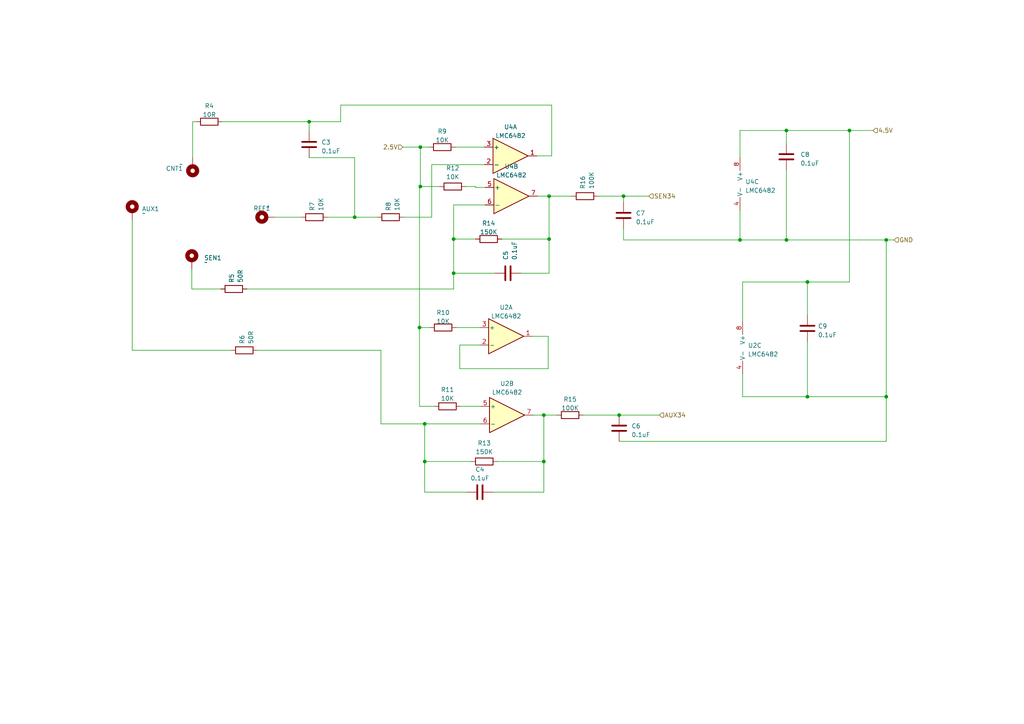
<source format=kicad_sch>
(kicad_sch (version 20230121) (generator eeschema)

  (uuid d120a07d-fcd8-43af-947a-116c7f65a753)

  (paper "A4")

  (lib_symbols
    (symbol "Amplifier_Operational:LMC6482" (pin_names (offset 0.127)) (in_bom yes) (on_board yes)
      (property "Reference" "U" (at 0 5.08 0)
        (effects (font (size 1.27 1.27)) (justify left))
      )
      (property "Value" "LMC6482" (at 0 -5.08 0)
        (effects (font (size 1.27 1.27)) (justify left))
      )
      (property "Footprint" "" (at 0 0 0)
        (effects (font (size 1.27 1.27)) hide)
      )
      (property "Datasheet" "http://www.ti.com/lit/ds/symlink/lmc6482.pdf" (at 0 0 0)
        (effects (font (size 1.27 1.27)) hide)
      )
      (property "ki_locked" "" (at 0 0 0)
        (effects (font (size 1.27 1.27)))
      )
      (property "ki_keywords" "dual opamp" (at 0 0 0)
        (effects (font (size 1.27 1.27)) hide)
      )
      (property "ki_description" "Dual CMOS Rail-to-Rail Input and Output Operational Amplifier, DIP-8/SOIC-8, SSOP-8" (at 0 0 0)
        (effects (font (size 1.27 1.27)) hide)
      )
      (property "ki_fp_filters" "SOIC*3.9x4.9mm*P1.27mm* DIP*W7.62mm* TO*99* OnSemi*Micro8* TSSOP*3x3mm*P0.65mm* TSSOP*4.4x3mm*P0.65mm* MSOP*3x3mm*P0.65mm* SSOP*3.9x4.9mm*P0.635mm* LFCSP*2x2mm*P0.5mm* *SIP* SOIC*5.3x6.2mm*P1.27mm*" (at 0 0 0)
        (effects (font (size 1.27 1.27)) hide)
      )
      (symbol "LMC6482_1_1"
        (polyline
          (pts
            (xy -5.08 5.08)
            (xy 5.08 0)
            (xy -5.08 -5.08)
            (xy -5.08 5.08)
          )
          (stroke (width 0.254) (type default))
          (fill (type background))
        )
        (pin output line (at 7.62 0 180) (length 2.54)
          (name "~" (effects (font (size 1.27 1.27))))
          (number "1" (effects (font (size 1.27 1.27))))
        )
        (pin input line (at -7.62 -2.54 0) (length 2.54)
          (name "-" (effects (font (size 1.27 1.27))))
          (number "2" (effects (font (size 1.27 1.27))))
        )
        (pin input line (at -7.62 2.54 0) (length 2.54)
          (name "+" (effects (font (size 1.27 1.27))))
          (number "3" (effects (font (size 1.27 1.27))))
        )
      )
      (symbol "LMC6482_2_1"
        (polyline
          (pts
            (xy -5.08 5.08)
            (xy 5.08 0)
            (xy -5.08 -5.08)
            (xy -5.08 5.08)
          )
          (stroke (width 0.254) (type default))
          (fill (type background))
        )
        (pin input line (at -7.62 2.54 0) (length 2.54)
          (name "+" (effects (font (size 1.27 1.27))))
          (number "5" (effects (font (size 1.27 1.27))))
        )
        (pin input line (at -7.62 -2.54 0) (length 2.54)
          (name "-" (effects (font (size 1.27 1.27))))
          (number "6" (effects (font (size 1.27 1.27))))
        )
        (pin output line (at 7.62 0 180) (length 2.54)
          (name "~" (effects (font (size 1.27 1.27))))
          (number "7" (effects (font (size 1.27 1.27))))
        )
      )
      (symbol "LMC6482_3_1"
        (pin power_in line (at -2.54 -7.62 90) (length 3.81)
          (name "V-" (effects (font (size 1.27 1.27))))
          (number "4" (effects (font (size 1.27 1.27))))
        )
        (pin power_in line (at -2.54 7.62 270) (length 3.81)
          (name "V+" (effects (font (size 1.27 1.27))))
          (number "8" (effects (font (size 1.27 1.27))))
        )
      )
    )
    (symbol "Device:C" (pin_numbers hide) (pin_names (offset 0.254)) (in_bom yes) (on_board yes)
      (property "Reference" "C" (at 0.635 2.54 0)
        (effects (font (size 1.27 1.27)) (justify left))
      )
      (property "Value" "C" (at 0.635 -2.54 0)
        (effects (font (size 1.27 1.27)) (justify left))
      )
      (property "Footprint" "" (at 0.9652 -3.81 0)
        (effects (font (size 1.27 1.27)) hide)
      )
      (property "Datasheet" "~" (at 0 0 0)
        (effects (font (size 1.27 1.27)) hide)
      )
      (property "ki_keywords" "cap capacitor" (at 0 0 0)
        (effects (font (size 1.27 1.27)) hide)
      )
      (property "ki_description" "Unpolarized capacitor" (at 0 0 0)
        (effects (font (size 1.27 1.27)) hide)
      )
      (property "ki_fp_filters" "C_*" (at 0 0 0)
        (effects (font (size 1.27 1.27)) hide)
      )
      (symbol "C_0_1"
        (polyline
          (pts
            (xy -2.032 -0.762)
            (xy 2.032 -0.762)
          )
          (stroke (width 0.508) (type default))
          (fill (type none))
        )
        (polyline
          (pts
            (xy -2.032 0.762)
            (xy 2.032 0.762)
          )
          (stroke (width 0.508) (type default))
          (fill (type none))
        )
      )
      (symbol "C_1_1"
        (pin passive line (at 0 3.81 270) (length 2.794)
          (name "~" (effects (font (size 1.27 1.27))))
          (number "1" (effects (font (size 1.27 1.27))))
        )
        (pin passive line (at 0 -3.81 90) (length 2.794)
          (name "~" (effects (font (size 1.27 1.27))))
          (number "2" (effects (font (size 1.27 1.27))))
        )
      )
    )
    (symbol "Device:R" (pin_numbers hide) (pin_names (offset 0)) (in_bom yes) (on_board yes)
      (property "Reference" "R" (at 2.032 0 90)
        (effects (font (size 1.27 1.27)))
      )
      (property "Value" "R" (at 0 0 90)
        (effects (font (size 1.27 1.27)))
      )
      (property "Footprint" "" (at -1.778 0 90)
        (effects (font (size 1.27 1.27)) hide)
      )
      (property "Datasheet" "~" (at 0 0 0)
        (effects (font (size 1.27 1.27)) hide)
      )
      (property "ki_keywords" "R res resistor" (at 0 0 0)
        (effects (font (size 1.27 1.27)) hide)
      )
      (property "ki_description" "Resistor" (at 0 0 0)
        (effects (font (size 1.27 1.27)) hide)
      )
      (property "ki_fp_filters" "R_*" (at 0 0 0)
        (effects (font (size 1.27 1.27)) hide)
      )
      (symbol "R_0_1"
        (rectangle (start -1.016 -2.54) (end 1.016 2.54)
          (stroke (width 0.254) (type default))
          (fill (type none))
        )
      )
      (symbol "R_1_1"
        (pin passive line (at 0 3.81 270) (length 1.27)
          (name "~" (effects (font (size 1.27 1.27))))
          (number "1" (effects (font (size 1.27 1.27))))
        )
        (pin passive line (at 0 -3.81 90) (length 1.27)
          (name "~" (effects (font (size 1.27 1.27))))
          (number "2" (effects (font (size 1.27 1.27))))
        )
      )
    )
    (symbol "Mechanical:MountingHole_Pad" (pin_numbers hide) (pin_names (offset 1.016) hide) (in_bom yes) (on_board yes)
      (property "Reference" "H" (at 0 6.35 0)
        (effects (font (size 1.27 1.27)))
      )
      (property "Value" "MountingHole_Pad" (at 0 4.445 0)
        (effects (font (size 1.27 1.27)))
      )
      (property "Footprint" "" (at 0 0 0)
        (effects (font (size 1.27 1.27)) hide)
      )
      (property "Datasheet" "~" (at 0 0 0)
        (effects (font (size 1.27 1.27)) hide)
      )
      (property "ki_keywords" "mounting hole" (at 0 0 0)
        (effects (font (size 1.27 1.27)) hide)
      )
      (property "ki_description" "Mounting Hole with connection" (at 0 0 0)
        (effects (font (size 1.27 1.27)) hide)
      )
      (property "ki_fp_filters" "MountingHole*Pad*" (at 0 0 0)
        (effects (font (size 1.27 1.27)) hide)
      )
      (symbol "MountingHole_Pad_0_1"
        (circle (center 0 1.27) (radius 1.27)
          (stroke (width 1.27) (type default))
          (fill (type none))
        )
      )
      (symbol "MountingHole_Pad_1_1"
        (pin input line (at 0 -2.54 90) (length 2.54)
          (name "1" (effects (font (size 1.27 1.27))))
          (number "1" (effects (font (size 1.27 1.27))))
        )
      )
    )
  )

  (junction (at 157.734 133.858) (diameter 0) (color 0 0 0 0)
    (uuid 063f7c2d-6182-4aa9-9957-43b2d976f508)
  )
  (junction (at 157.734 120.396) (diameter 0) (color 0 0 0 0)
    (uuid 07ff5c7c-4d7a-4669-af45-d7a64d0aca08)
  )
  (junction (at 179.578 120.396) (diameter 0) (color 0 0 0 0)
    (uuid 1d60fbc0-1e05-4421-b80e-97d131e442aa)
  )
  (junction (at 123.19 122.936) (diameter 0) (color 0 0 0 0)
    (uuid 29eb402d-cb71-444d-9a87-fcfce051ba8d)
  )
  (junction (at 159.258 56.896) (diameter 0) (color 0 0 0 0)
    (uuid 3b8e5cb4-d53f-4bd8-9dff-51b36c2523fd)
  )
  (junction (at 121.92 42.672) (diameter 0) (color 0 0 0 0)
    (uuid 4fdcbdf7-372b-4300-9517-5e5045ade8eb)
  )
  (junction (at 257.048 115.062) (diameter 0) (color 0 0 0 0)
    (uuid 53242209-ee60-4d8d-9beb-43533482daa4)
  )
  (junction (at 234.188 81.788) (diameter 0) (color 0 0 0 0)
    (uuid 64e98cf7-eec7-43a1-a58c-cde41e0e3daa)
  )
  (junction (at 234.188 115.062) (diameter 0) (color 0 0 0 0)
    (uuid 6cf2c5ba-a5cb-4d61-abdc-230f7581954f)
  )
  (junction (at 246.38 37.846) (diameter 0) (color 0 0 0 0)
    (uuid 72852ad3-9641-4087-aaab-9a8a2f4dbee7)
  )
  (junction (at 131.572 69.342) (diameter 0) (color 0 0 0 0)
    (uuid 7bb1ddfe-6ae9-43a6-bfa3-c8bfbf050223)
  )
  (junction (at 228.092 69.596) (diameter 0) (color 0 0 0 0)
    (uuid 86f96f76-6f12-49e6-8214-f396eb4280b4)
  )
  (junction (at 121.666 94.996) (diameter 0) (color 0 0 0 0)
    (uuid 87fb0aac-8814-4010-9d5d-2f3792bb7e61)
  )
  (junction (at 123.19 133.858) (diameter 0) (color 0 0 0 0)
    (uuid 9156a085-8edb-47b7-a91c-e55e8548a63c)
  )
  (junction (at 121.92 54.102) (diameter 0) (color 0 0 0 0)
    (uuid 929b5362-2005-4239-b989-9e554e688fd1)
  )
  (junction (at 257.048 69.596) (diameter 0) (color 0 0 0 0)
    (uuid acdaa41e-68ae-42c5-8e37-3ff982c4f43b)
  )
  (junction (at 180.848 56.896) (diameter 0) (color 0 0 0 0)
    (uuid b4e0ea3e-d1ee-4a91-8223-fa1a9968bec2)
  )
  (junction (at 89.662 35.306) (diameter 0) (color 0 0 0 0)
    (uuid c4dd1250-c37f-4b4d-b96f-d199cd895a24)
  )
  (junction (at 214.63 69.596) (diameter 0) (color 0 0 0 0)
    (uuid d63955d9-f767-458b-ac60-79abe0a1a3e5)
  )
  (junction (at 102.87 62.992) (diameter 0) (color 0 0 0 0)
    (uuid d7b22172-7fa1-47f1-92f6-afbb0033ca99)
  )
  (junction (at 228.092 37.846) (diameter 0) (color 0 0 0 0)
    (uuid e305b01b-04f2-4743-9b1e-dce59758d5ba)
  )
  (junction (at 131.572 79.248) (diameter 0) (color 0 0 0 0)
    (uuid e9d9fc56-bbb8-4ec4-8088-cb84eddd03a0)
  )
  (junction (at 159.258 69.342) (diameter 0) (color 0 0 0 0)
    (uuid f2b050eb-8c8e-4583-8a9c-e35dc9fb7c9a)
  )

  (wire (pts (xy 159.258 56.896) (xy 159.258 69.342))
    (stroke (width 0) (type default))
    (uuid 002e7a50-5494-4744-a149-ce16750196ef)
  )
  (wire (pts (xy 131.572 59.436) (xy 140.716 59.436))
    (stroke (width 0) (type default))
    (uuid 0098226e-5515-495f-a65a-700d5f41b67d)
  )
  (wire (pts (xy 145.542 69.342) (xy 159.258 69.342))
    (stroke (width 0) (type default))
    (uuid 022f0ccc-b99d-412b-8322-9635e9d0b6a8)
  )
  (wire (pts (xy 89.662 35.306) (xy 89.662 38.1))
    (stroke (width 0) (type default))
    (uuid 034fab4b-805f-45b4-ac5b-6d6a4179615d)
  )
  (wire (pts (xy 228.092 69.596) (xy 257.048 69.596))
    (stroke (width 0) (type default))
    (uuid 05b3e62d-20e4-4983-9903-0c6ee4a9b466)
  )
  (wire (pts (xy 228.092 49.276) (xy 228.092 69.596))
    (stroke (width 0) (type default))
    (uuid 0c4b060d-814a-4466-b8f1-b0552dceb374)
  )
  (wire (pts (xy 214.63 69.596) (xy 214.63 60.96))
    (stroke (width 0) (type default))
    (uuid 0d7eeeb8-47ca-4871-ad44-f7c6cdb8015f)
  )
  (wire (pts (xy 180.848 69.596) (xy 214.63 69.596))
    (stroke (width 0) (type default))
    (uuid 116015b9-b722-4f70-9af1-a21d8311aae7)
  )
  (wire (pts (xy 132.08 42.672) (xy 140.462 42.672))
    (stroke (width 0) (type default))
    (uuid 143d3887-29b0-46cc-871e-ed3c01e21772)
  )
  (wire (pts (xy 137.922 54.102) (xy 137.922 54.356))
    (stroke (width 0) (type default))
    (uuid 1873bd4d-0c04-43a1-89a2-be95dc86d389)
  )
  (wire (pts (xy 154.432 97.536) (xy 159.004 97.536))
    (stroke (width 0) (type default))
    (uuid 18c7cfe4-9534-4e48-b7cc-fe177dbffaaa)
  )
  (wire (pts (xy 215.392 81.788) (xy 234.188 81.788))
    (stroke (width 0) (type default))
    (uuid 18d07378-43d8-4d0a-a706-e9bf142e4ed8)
  )
  (wire (pts (xy 121.666 117.856) (xy 121.666 94.996))
    (stroke (width 0) (type default))
    (uuid 1a8d5cc5-881b-4566-9ee6-0c63ed59f5d2)
  )
  (wire (pts (xy 157.734 142.748) (xy 157.734 133.858))
    (stroke (width 0) (type default))
    (uuid 1b6abb59-7ef1-46ad-9413-809548a49f9b)
  )
  (wire (pts (xy 123.19 122.936) (xy 139.446 122.936))
    (stroke (width 0) (type default))
    (uuid 1e7bb878-e5f8-4463-bc10-5db30addb7b0)
  )
  (wire (pts (xy 137.922 54.356) (xy 140.716 54.356))
    (stroke (width 0) (type default))
    (uuid 23a4976c-f9ed-4495-906f-cfcdf3483c6a)
  )
  (wire (pts (xy 179.578 128.016) (xy 257.048 128.016))
    (stroke (width 0) (type default))
    (uuid 2618c87d-eb5f-4140-ac0c-6ba0533c46cd)
  )
  (wire (pts (xy 169.164 120.396) (xy 179.578 120.396))
    (stroke (width 0) (type default))
    (uuid 28303d2a-49be-4314-8aad-9b8aeb7a6709)
  )
  (wire (pts (xy 132.334 94.996) (xy 139.192 94.996))
    (stroke (width 0) (type default))
    (uuid 2a67ccbd-2078-4835-8b8e-1b569a7f9074)
  )
  (wire (pts (xy 159.258 79.248) (xy 159.258 69.342))
    (stroke (width 0) (type default))
    (uuid 2eada9fe-f2b2-4ed1-b6b4-43ea34c5a92e)
  )
  (wire (pts (xy 257.048 115.062) (xy 257.048 69.596))
    (stroke (width 0) (type default))
    (uuid 2eb7d41a-41cf-4abe-9a0f-60853334ec60)
  )
  (wire (pts (xy 55.626 77.978) (xy 55.626 83.82))
    (stroke (width 0) (type default))
    (uuid 3294f92d-b6b7-4039-a936-cd0ade53f36c)
  )
  (wire (pts (xy 143.002 142.748) (xy 157.734 142.748))
    (stroke (width 0) (type default))
    (uuid 333dfd70-68e9-4d39-8e9b-180c6361e18b)
  )
  (wire (pts (xy 215.392 93.218) (xy 215.392 81.788))
    (stroke (width 0) (type default))
    (uuid 3704645a-f09a-43db-a743-09b87c7cbd6c)
  )
  (wire (pts (xy 125.222 47.752) (xy 125.222 62.992))
    (stroke (width 0) (type default))
    (uuid 3d667804-b01b-4a0c-9ab9-f87db6aa60df)
  )
  (wire (pts (xy 159.004 106.934) (xy 133.35 106.934))
    (stroke (width 0) (type default))
    (uuid 3dc7e0d1-a22f-4558-9792-15992072792b)
  )
  (wire (pts (xy 131.572 79.248) (xy 143.51 79.248))
    (stroke (width 0) (type default))
    (uuid 418cad81-0ea1-4077-a64f-3916b49e0224)
  )
  (wire (pts (xy 214.63 69.596) (xy 228.092 69.596))
    (stroke (width 0) (type default))
    (uuid 4503b8fa-b476-41a6-87e7-9c52c7e9bce1)
  )
  (wire (pts (xy 136.652 133.858) (xy 123.19 133.858))
    (stroke (width 0) (type default))
    (uuid 4544c4ed-7b71-4bf7-a3df-1a7f1cd9e7b6)
  )
  (wire (pts (xy 234.188 115.062) (xy 257.048 115.062))
    (stroke (width 0) (type default))
    (uuid 4659af41-729e-4ed5-8dc7-efa39ad8af93)
  )
  (wire (pts (xy 121.92 42.672) (xy 124.46 42.672))
    (stroke (width 0) (type default))
    (uuid 491f6722-dc62-4205-928e-ba25e5f14e6d)
  )
  (wire (pts (xy 180.848 56.896) (xy 180.848 58.674))
    (stroke (width 0) (type default))
    (uuid 4a55c276-a96f-4454-9371-9b9079e1deff)
  )
  (wire (pts (xy 135.128 54.102) (xy 137.922 54.102))
    (stroke (width 0) (type default))
    (uuid 4db826e2-104b-4fbb-937a-3bee6f51410f)
  )
  (wire (pts (xy 131.572 69.342) (xy 131.572 79.248))
    (stroke (width 0) (type default))
    (uuid 509d2f01-5c88-41eb-ade1-128e33782090)
  )
  (wire (pts (xy 180.848 66.294) (xy 180.848 69.596))
    (stroke (width 0) (type default))
    (uuid 5464c080-9c55-4132-97c3-374de704b58a)
  )
  (wire (pts (xy 98.806 35.306) (xy 89.662 35.306))
    (stroke (width 0) (type default))
    (uuid 5812899d-6e25-4d21-9786-506058411748)
  )
  (wire (pts (xy 215.392 115.062) (xy 234.188 115.062))
    (stroke (width 0) (type default))
    (uuid 5d38764e-3dcd-40d4-bfa9-bd3f1e14a018)
  )
  (wire (pts (xy 110.49 101.6) (xy 110.49 122.936))
    (stroke (width 0) (type default))
    (uuid 635796d0-6cf5-4a1f-9e02-31aed4a7ae98)
  )
  (wire (pts (xy 157.734 120.396) (xy 161.544 120.396))
    (stroke (width 0) (type default))
    (uuid 653bc006-55c6-44e8-861f-8be180928d91)
  )
  (wire (pts (xy 64.516 35.306) (xy 89.662 35.306))
    (stroke (width 0) (type default))
    (uuid 67405edc-924e-4786-a5e5-ff37b9b1f36a)
  )
  (wire (pts (xy 155.702 45.212) (xy 160.02 45.212))
    (stroke (width 0) (type default))
    (uuid 6bda9700-1338-4845-b352-9bdcda2ffe19)
  )
  (wire (pts (xy 135.382 142.748) (xy 123.19 142.748))
    (stroke (width 0) (type default))
    (uuid 6c0213b3-e09c-4cb2-a5a0-07a4b70e5ccf)
  )
  (wire (pts (xy 89.662 45.72) (xy 102.87 45.72))
    (stroke (width 0) (type default))
    (uuid 6c6f7224-eef1-4d11-9494-84b51397af8d)
  )
  (wire (pts (xy 133.604 117.856) (xy 139.446 117.856))
    (stroke (width 0) (type default))
    (uuid 725fa83d-258e-46ca-af1e-2cf13fd82563)
  )
  (wire (pts (xy 159.258 56.896) (xy 155.956 56.896))
    (stroke (width 0) (type default))
    (uuid 756c4c3f-00f7-42c9-a6a9-02d0cd172b04)
  )
  (wire (pts (xy 228.092 37.846) (xy 214.63 37.846))
    (stroke (width 0) (type default))
    (uuid 771c17f9-0895-4257-bded-4d12c4490f5b)
  )
  (wire (pts (xy 74.676 101.6) (xy 110.49 101.6))
    (stroke (width 0) (type default))
    (uuid 7adf5d0b-1351-44d2-b4ed-c2abed20818b)
  )
  (wire (pts (xy 160.02 30.48) (xy 98.806 30.48))
    (stroke (width 0) (type default))
    (uuid 7b9bf520-3d9a-4265-9c5b-e397f70e3ceb)
  )
  (wire (pts (xy 133.35 100.076) (xy 139.192 100.076))
    (stroke (width 0) (type default))
    (uuid 7da81ced-100e-40e2-89ae-244abca44ec4)
  )
  (wire (pts (xy 253.238 37.846) (xy 246.38 37.846))
    (stroke (width 0) (type default))
    (uuid 84df2d3b-3fa3-4cee-83ae-a26f1008ba36)
  )
  (wire (pts (xy 234.188 99.06) (xy 234.188 115.062))
    (stroke (width 0) (type default))
    (uuid 8773201b-0bc0-4e9b-8f81-ba5361ec923a)
  )
  (wire (pts (xy 215.392 108.458) (xy 215.392 115.062))
    (stroke (width 0) (type default))
    (uuid 887d1d20-0c83-4534-a387-adc1710a9ceb)
  )
  (wire (pts (xy 257.048 69.596) (xy 259.334 69.596))
    (stroke (width 0) (type default))
    (uuid 90e95365-9ee2-4348-b030-849cd93bf8b5)
  )
  (wire (pts (xy 38.354 101.6) (xy 67.056 101.6))
    (stroke (width 0) (type default))
    (uuid 95d79c2a-f019-474e-9052-56ad7ce83668)
  )
  (wire (pts (xy 110.49 122.936) (xy 123.19 122.936))
    (stroke (width 0) (type default))
    (uuid 96725a32-b79a-4b78-9596-2554384c1757)
  )
  (wire (pts (xy 191.262 120.396) (xy 179.578 120.396))
    (stroke (width 0) (type default))
    (uuid 98360a66-e7d1-4a59-b6e3-8ccfdd338c3d)
  )
  (wire (pts (xy 133.35 106.934) (xy 133.35 100.076))
    (stroke (width 0) (type default))
    (uuid 99852327-8678-4a9b-bd5e-dbda20d525b7)
  )
  (wire (pts (xy 228.092 37.846) (xy 228.092 41.656))
    (stroke (width 0) (type default))
    (uuid 9b8646c1-e449-47e8-aac9-eb8440e2e366)
  )
  (wire (pts (xy 116.84 42.672) (xy 121.92 42.672))
    (stroke (width 0) (type default))
    (uuid 9b9fc55b-95b1-4778-ad39-405af15840e0)
  )
  (wire (pts (xy 160.02 45.212) (xy 160.02 30.48))
    (stroke (width 0) (type default))
    (uuid a1dc55f8-af79-4e5c-aa55-0aae0eba3c68)
  )
  (wire (pts (xy 71.628 83.82) (xy 131.572 83.82))
    (stroke (width 0) (type default))
    (uuid a5ce9656-032b-45f6-ab26-0ad76b6d19af)
  )
  (wire (pts (xy 55.88 35.306) (xy 56.896 35.306))
    (stroke (width 0) (type default))
    (uuid a6280cfd-17a6-40af-87e9-1c788a2d87b4)
  )
  (wire (pts (xy 257.048 128.016) (xy 257.048 115.062))
    (stroke (width 0) (type default))
    (uuid af34d38c-9974-41e0-a6ff-6001bedbc8b3)
  )
  (wire (pts (xy 125.984 117.856) (xy 121.666 117.856))
    (stroke (width 0) (type default))
    (uuid b3d124b7-3392-488f-a89d-33076337590b)
  )
  (wire (pts (xy 98.806 30.48) (xy 98.806 35.306))
    (stroke (width 0) (type default))
    (uuid b4f55652-a43e-4f56-936a-121b765bfde8)
  )
  (wire (pts (xy 55.88 35.306) (xy 55.88 45.72))
    (stroke (width 0) (type default))
    (uuid bf79fd0a-2c4f-48d7-9952-095e65afface)
  )
  (wire (pts (xy 234.188 91.44) (xy 234.188 81.788))
    (stroke (width 0) (type default))
    (uuid bfd5a5ec-744d-40f4-b541-751e46694b81)
  )
  (wire (pts (xy 94.996 62.992) (xy 102.87 62.992))
    (stroke (width 0) (type default))
    (uuid cb661515-eff7-405c-926f-4020b050253e)
  )
  (wire (pts (xy 123.19 133.858) (xy 123.19 122.936))
    (stroke (width 0) (type default))
    (uuid cbe343ed-17e4-4d63-a935-910a6cd63430)
  )
  (wire (pts (xy 123.19 142.748) (xy 123.19 133.858))
    (stroke (width 0) (type default))
    (uuid cc14140a-c723-44c3-8ee8-5f62d85f42a9)
  )
  (wire (pts (xy 124.714 94.996) (xy 121.666 94.996))
    (stroke (width 0) (type default))
    (uuid cd01a4bb-08b0-4e63-b506-d31289eafacc)
  )
  (wire (pts (xy 38.354 63.754) (xy 38.354 101.6))
    (stroke (width 0) (type default))
    (uuid ce90b11f-97ed-4f3d-bba3-7ca74f2b1026)
  )
  (wire (pts (xy 165.862 56.896) (xy 159.258 56.896))
    (stroke (width 0) (type default))
    (uuid cfc403ef-a8e1-4480-8d01-08b2af09f394)
  )
  (wire (pts (xy 154.686 120.396) (xy 157.734 120.396))
    (stroke (width 0) (type default))
    (uuid d03a87c7-282c-46c8-84b2-bb8dd6ba5983)
  )
  (wire (pts (xy 125.222 62.992) (xy 117.094 62.992))
    (stroke (width 0) (type default))
    (uuid d1ad5acb-a8f9-45db-a91b-3e13909bea42)
  )
  (wire (pts (xy 173.482 56.896) (xy 180.848 56.896))
    (stroke (width 0) (type default))
    (uuid d2859650-c780-41ee-968d-966017a3dd55)
  )
  (wire (pts (xy 157.734 133.858) (xy 157.734 120.396))
    (stroke (width 0) (type default))
    (uuid d427552c-3c84-4803-858f-47a3627c71b5)
  )
  (wire (pts (xy 131.572 59.436) (xy 131.572 69.342))
    (stroke (width 0) (type default))
    (uuid d48b3bd6-f6cf-4c4f-a4d0-aee812b5e7f4)
  )
  (wire (pts (xy 102.87 62.992) (xy 109.474 62.992))
    (stroke (width 0) (type default))
    (uuid d4af4753-3ed2-4e33-a7b1-048def048b29)
  )
  (wire (pts (xy 246.38 37.846) (xy 228.092 37.846))
    (stroke (width 0) (type default))
    (uuid d7a08de0-c765-4252-83fa-6fb5275d205d)
  )
  (wire (pts (xy 131.572 79.248) (xy 131.572 83.82))
    (stroke (width 0) (type default))
    (uuid d9a3d12b-b296-4116-bb3a-c85afc991c43)
  )
  (wire (pts (xy 214.63 37.846) (xy 214.63 45.72))
    (stroke (width 0) (type default))
    (uuid da8cd86e-ec67-4962-a3a5-7a0c31bd723c)
  )
  (wire (pts (xy 79.756 62.992) (xy 87.376 62.992))
    (stroke (width 0) (type default))
    (uuid dca3d17b-521f-4f62-9d4d-854b59ee22d6)
  )
  (wire (pts (xy 137.922 69.342) (xy 131.572 69.342))
    (stroke (width 0) (type default))
    (uuid de7f87c3-790c-45b4-a8c1-b7538b965bf6)
  )
  (wire (pts (xy 246.38 37.846) (xy 246.38 81.788))
    (stroke (width 0) (type default))
    (uuid e3a62a87-d562-4d93-bdbc-c3bd67f67bec)
  )
  (wire (pts (xy 159.004 97.536) (xy 159.004 106.934))
    (stroke (width 0) (type default))
    (uuid e3d403ff-ba52-4122-bee1-3fd9c46a76d6)
  )
  (wire (pts (xy 188.214 56.896) (xy 180.848 56.896))
    (stroke (width 0) (type default))
    (uuid e51c2292-3abc-42da-a604-2baa2b9dd384)
  )
  (wire (pts (xy 151.13 79.248) (xy 159.258 79.248))
    (stroke (width 0) (type default))
    (uuid e7c20403-b3ca-424e-8dc6-2a5c9e588485)
  )
  (wire (pts (xy 121.666 54.102) (xy 121.666 94.996))
    (stroke (width 0) (type default))
    (uuid eabd0b90-735b-4b5a-9cfc-9d63b1f021a1)
  )
  (wire (pts (xy 127.508 54.102) (xy 121.92 54.102))
    (stroke (width 0) (type default))
    (uuid eb519d59-f4a4-45b3-8b72-26bc7dc490ac)
  )
  (wire (pts (xy 55.626 83.82) (xy 64.008 83.82))
    (stroke (width 0) (type default))
    (uuid edb74d40-5700-4996-bf07-c60c319f8d8d)
  )
  (wire (pts (xy 234.188 81.788) (xy 246.38 81.788))
    (stroke (width 0) (type default))
    (uuid ee3d423e-b044-4944-b90d-8f3e5208e9f5)
  )
  (wire (pts (xy 102.87 45.72) (xy 102.87 62.992))
    (stroke (width 0) (type default))
    (uuid ef5535b8-05d4-4fd2-86de-3bba33d78885)
  )
  (wire (pts (xy 144.272 133.858) (xy 157.734 133.858))
    (stroke (width 0) (type default))
    (uuid f232a4ac-b1f8-4cbf-8b5b-e4ceb7ef56d5)
  )
  (wire (pts (xy 140.462 47.752) (xy 125.222 47.752))
    (stroke (width 0) (type default))
    (uuid f4740fbf-18a3-440c-a52d-1060039193ea)
  )
  (wire (pts (xy 121.92 54.102) (xy 121.92 42.672))
    (stroke (width 0) (type default))
    (uuid f905c54a-6bdb-4bda-b18b-5119425c9210)
  )
  (wire (pts (xy 121.666 54.102) (xy 121.92 54.102))
    (stroke (width 0) (type default))
    (uuid fabbbb4e-3158-4425-9e31-487212d16a3d)
  )

  (hierarchical_label "SEN34" (shape input) (at 188.214 56.896 0) (fields_autoplaced)
    (effects (font (size 1.27 1.27)) (justify left))
    (uuid a169d434-6b96-4fcb-a907-199f6fc9f439)
  )
  (hierarchical_label "AUX34" (shape input) (at 191.262 120.396 0) (fields_autoplaced)
    (effects (font (size 1.27 1.27)) (justify left))
    (uuid b231d2f9-47e9-4965-9d90-93885f4b25f3)
  )
  (hierarchical_label "GND" (shape input) (at 259.334 69.596 0) (fields_autoplaced)
    (effects (font (size 1.27 1.27)) (justify left))
    (uuid d8dcd6a6-c999-49ed-b530-51bc7ab177f6)
  )
  (hierarchical_label "4.5V" (shape input) (at 253.238 37.846 0) (fields_autoplaced)
    (effects (font (size 1.27 1.27)) (justify left))
    (uuid dc29d1d0-4505-4f82-af13-837344cdefbf)
  )
  (hierarchical_label "2.5V" (shape input) (at 116.84 42.672 180) (fields_autoplaced)
    (effects (font (size 1.27 1.27)) (justify right))
    (uuid fb60fa32-8102-41cc-8251-c8da5e08486c)
  )

  (symbol (lib_id "Device:C") (at 147.32 79.248 90) (unit 1)
    (in_bom yes) (on_board yes) (dnp no)
    (uuid 016bdfb7-22cf-42b8-aede-32fe178e5108)
    (property "Reference" "C5" (at 146.685 75.438 0)
      (effects (font (size 1.27 1.27)) (justify left))
    )
    (property "Value" "0.1uF" (at 149.225 75.438 0)
      (effects (font (size 1.27 1.27)) (justify left))
    )
    (property "Footprint" "Capacitor_SMD:C_01005_0402Metric" (at 151.13 78.2828 0)
      (effects (font (size 1.27 1.27)) hide)
    )
    (property "Datasheet" "~" (at 147.32 79.248 0)
      (effects (font (size 1.27 1.27)) hide)
    )
    (pin "1" (uuid e1dda90d-f899-43e7-b948-a7fea4acdb9d))
    (pin "2" (uuid 8500e220-7583-4a2a-802e-45e4f0e49b7e))
    (instances
      (project "Air quality project"
        (path "/67b6672b-0c15-41a5-a844-17aa721018b8/e2c83066-cae4-4a4f-a05c-59cf4d457446"
          (reference "C5") (unit 1)
        )
        (path "/67b6672b-0c15-41a5-a844-17aa721018b8/be65ffb6-5f15-4847-ab99-a8924076e9fe"
          (reference "C35") (unit 1)
        )
        (path "/67b6672b-0c15-41a5-a844-17aa721018b8/a6d5ffa0-ad33-4e24-a174-c31e8aec0af5"
          (reference "C229") (unit 1)
        )
      )
    )
  )

  (symbol (lib_id "Amplifier_Operational:LMC6482") (at 148.082 45.212 0) (unit 1)
    (in_bom yes) (on_board yes) (dnp no) (fields_autoplaced)
    (uuid 024ec833-e110-46ce-a6a0-d2e25947d849)
    (property "Reference" "U4" (at 148.082 36.83 0)
      (effects (font (size 1.27 1.27)))
    )
    (property "Value" "LMC6482" (at 148.082 39.37 0)
      (effects (font (size 1.27 1.27)))
    )
    (property "Footprint" "Package_SO:SOIC-8_3.9x4.9mm_P1.27mm" (at 148.082 45.212 0)
      (effects (font (size 1.27 1.27)) hide)
    )
    (property "Datasheet" "http://www.ti.com/lit/ds/symlink/lmc6482.pdf" (at 148.082 45.212 0)
      (effects (font (size 1.27 1.27)) hide)
    )
    (pin "1" (uuid ba390098-883b-461a-8f58-6b29fee663fa))
    (pin "2" (uuid e4884449-74b4-4f3e-9b2b-a734fa1f797f))
    (pin "3" (uuid 6f2e2722-a425-4193-a4a7-48947c6317b5))
    (pin "5" (uuid 7e217bec-f5f9-4503-96e2-e0cff25dde3f))
    (pin "6" (uuid ed4ead67-62ba-4dc4-86a0-f436eefe99dd))
    (pin "7" (uuid ef455054-ceb9-4486-86bb-c10142a92b1a))
    (pin "4" (uuid 0efdc872-5caf-4241-9340-e8ec1bb01b5b))
    (pin "8" (uuid 7d3e3f09-3aff-4bd7-8548-a79c845e659b))
    (instances
      (project "Air quality project"
        (path "/67b6672b-0c15-41a5-a844-17aa721018b8/e2c83066-cae4-4a4f-a05c-59cf4d457446"
          (reference "U4") (unit 1)
        )
        (path "/67b6672b-0c15-41a5-a844-17aa721018b8/be65ffb6-5f15-4847-ab99-a8924076e9fe"
          (reference "U13") (unit 1)
        )
        (path "/67b6672b-0c15-41a5-a844-17aa721018b8/a6d5ffa0-ad33-4e24-a174-c31e8aec0af5"
          (reference "U68") (unit 1)
        )
      )
    )
  )

  (symbol (lib_id "Device:R") (at 113.284 62.992 90) (unit 1)
    (in_bom yes) (on_board yes) (dnp no)
    (uuid 096fee49-034f-4e38-b5a8-75701ea1af7e)
    (property "Reference" "R8" (at 112.649 61.214 0)
      (effects (font (size 1.27 1.27)) (justify left))
    )
    (property "Value" "10K" (at 115.189 61.214 0)
      (effects (font (size 1.27 1.27)) (justify left))
    )
    (property "Footprint" "Resistor_SMD:R_0402_1005Metric" (at 113.284 64.77 90)
      (effects (font (size 1.27 1.27)) hide)
    )
    (property "Datasheet" "~" (at 113.284 62.992 0)
      (effects (font (size 1.27 1.27)) hide)
    )
    (pin "1" (uuid bf6c72a5-949b-4c3f-94ee-c5faa6e8e549))
    (pin "2" (uuid 9be7239e-4d20-4a46-a38d-c4724b459eed))
    (instances
      (project "Air quality project"
        (path "/67b6672b-0c15-41a5-a844-17aa721018b8/e2c83066-cae4-4a4f-a05c-59cf4d457446"
          (reference "R8") (unit 1)
        )
        (path "/67b6672b-0c15-41a5-a844-17aa721018b8/be65ffb6-5f15-4847-ab99-a8924076e9fe"
          (reference "R39") (unit 1)
        )
        (path "/67b6672b-0c15-41a5-a844-17aa721018b8/a6d5ffa0-ad33-4e24-a174-c31e8aec0af5"
          (reference "R424") (unit 1)
        )
      )
    )
  )

  (symbol (lib_id "Device:R") (at 60.706 35.306 270) (unit 1)
    (in_bom yes) (on_board yes) (dnp no) (fields_autoplaced)
    (uuid 107bb7e8-2815-4029-a428-c868c6f73d5d)
    (property "Reference" "R4" (at 60.706 30.734 90)
      (effects (font (size 1.27 1.27)))
    )
    (property "Value" "10R" (at 60.706 33.274 90)
      (effects (font (size 1.27 1.27)))
    )
    (property "Footprint" "Resistor_SMD:R_0402_1005Metric" (at 60.706 33.528 90)
      (effects (font (size 1.27 1.27)) hide)
    )
    (property "Datasheet" "~" (at 60.706 35.306 0)
      (effects (font (size 1.27 1.27)) hide)
    )
    (pin "1" (uuid 7599468f-05db-496b-a015-4061ad7ffc1d))
    (pin "2" (uuid d2fc9502-7d5e-494b-8f8f-f68fc20d3ece))
    (instances
      (project "Air quality project"
        (path "/67b6672b-0c15-41a5-a844-17aa721018b8/e2c83066-cae4-4a4f-a05c-59cf4d457446"
          (reference "R4") (unit 1)
        )
        (path "/67b6672b-0c15-41a5-a844-17aa721018b8/be65ffb6-5f15-4847-ab99-a8924076e9fe"
          (reference "R19") (unit 1)
        )
        (path "/67b6672b-0c15-41a5-a844-17aa721018b8/a6d5ffa0-ad33-4e24-a174-c31e8aec0af5"
          (reference "R420") (unit 1)
        )
      )
    )
  )

  (symbol (lib_id "Device:R") (at 140.462 133.858 90) (unit 1)
    (in_bom yes) (on_board yes) (dnp no) (fields_autoplaced)
    (uuid 284ed999-7e69-495f-b30a-a836569e35b7)
    (property "Reference" "R13" (at 140.462 128.524 90)
      (effects (font (size 1.27 1.27)))
    )
    (property "Value" "150K" (at 140.462 131.064 90)
      (effects (font (size 1.27 1.27)))
    )
    (property "Footprint" "Resistor_SMD:R_0402_1005Metric" (at 140.462 135.636 90)
      (effects (font (size 1.27 1.27)) hide)
    )
    (property "Datasheet" "~" (at 140.462 133.858 0)
      (effects (font (size 1.27 1.27)) hide)
    )
    (pin "1" (uuid 3152eec0-cdd6-4f44-990b-7010c30d7dab))
    (pin "2" (uuid 0fc7a898-7df5-444a-b766-6727aac72ad8))
    (instances
      (project "Air quality project"
        (path "/67b6672b-0c15-41a5-a844-17aa721018b8/e2c83066-cae4-4a4f-a05c-59cf4d457446"
          (reference "R13") (unit 1)
        )
        (path "/67b6672b-0c15-41a5-a844-17aa721018b8/be65ffb6-5f15-4847-ab99-a8924076e9fe"
          (reference "R64") (unit 1)
        )
        (path "/67b6672b-0c15-41a5-a844-17aa721018b8/a6d5ffa0-ad33-4e24-a174-c31e8aec0af5"
          (reference "R429") (unit 1)
        )
      )
    )
  )

  (symbol (lib_id "Device:R") (at 169.672 56.896 90) (unit 1)
    (in_bom yes) (on_board yes) (dnp no)
    (uuid 3111ce0c-12aa-44ef-a5ce-e8cceac83ee7)
    (property "Reference" "R16" (at 169.037 54.864 0)
      (effects (font (size 1.27 1.27)) (justify left))
    )
    (property "Value" "100K" (at 171.577 54.864 0)
      (effects (font (size 1.27 1.27)) (justify left))
    )
    (property "Footprint" "Resistor_SMD:R_0402_1005Metric" (at 169.672 58.674 90)
      (effects (font (size 1.27 1.27)) hide)
    )
    (property "Datasheet" "~" (at 169.672 56.896 0)
      (effects (font (size 1.27 1.27)) hide)
    )
    (pin "1" (uuid 466733dc-0130-4aab-9f77-b1a87c5feb8f))
    (pin "2" (uuid d8219351-bf08-42d4-9034-e8396e8f70da))
    (instances
      (project "Air quality project"
        (path "/67b6672b-0c15-41a5-a844-17aa721018b8/e2c83066-cae4-4a4f-a05c-59cf4d457446"
          (reference "R16") (unit 1)
        )
        (path "/67b6672b-0c15-41a5-a844-17aa721018b8/be65ffb6-5f15-4847-ab99-a8924076e9fe"
          (reference "R71") (unit 1)
        )
        (path "/67b6672b-0c15-41a5-a844-17aa721018b8/a6d5ffa0-ad33-4e24-a174-c31e8aec0af5"
          (reference "R432") (unit 1)
        )
      )
    )
  )

  (symbol (lib_id "Device:R") (at 131.318 54.102 90) (unit 1)
    (in_bom yes) (on_board yes) (dnp no) (fields_autoplaced)
    (uuid 314bbd60-930b-4a19-a84e-f77f272b77bd)
    (property "Reference" "R12" (at 131.318 48.768 90)
      (effects (font (size 1.27 1.27)))
    )
    (property "Value" "10K" (at 131.318 51.308 90)
      (effects (font (size 1.27 1.27)))
    )
    (property "Footprint" "Resistor_SMD:R_0402_1005Metric" (at 131.318 55.88 90)
      (effects (font (size 1.27 1.27)) hide)
    )
    (property "Datasheet" "~" (at 131.318 54.102 0)
      (effects (font (size 1.27 1.27)) hide)
    )
    (pin "1" (uuid ef546829-71ea-49a7-a757-e8eba050bfe1))
    (pin "2" (uuid ba8630d0-4fdd-425e-a933-4bed00d423f8))
    (instances
      (project "Air quality project"
        (path "/67b6672b-0c15-41a5-a844-17aa721018b8/e2c83066-cae4-4a4f-a05c-59cf4d457446"
          (reference "R12") (unit 1)
        )
        (path "/67b6672b-0c15-41a5-a844-17aa721018b8/be65ffb6-5f15-4847-ab99-a8924076e9fe"
          (reference "R59") (unit 1)
        )
        (path "/67b6672b-0c15-41a5-a844-17aa721018b8/a6d5ffa0-ad33-4e24-a174-c31e8aec0af5"
          (reference "R428") (unit 1)
        )
      )
    )
  )

  (symbol (lib_id "Mechanical:MountingHole_Pad") (at 38.354 61.214 0) (unit 1)
    (in_bom yes) (on_board yes) (dnp no)
    (uuid 3a6933da-37f1-496a-b2f7-cfe67f0da0f7)
    (property "Reference" "AUX1" (at 41.148 60.579 0)
      (effects (font (size 1.27 1.27)) (justify left))
    )
    (property "Value" "~" (at 41.148 61.849 0)
      (effects (font (size 1.27 1.27)) (justify left))
    )
    (property "Footprint" "MountingHole:MountingHole_2.7mm_Pad" (at 38.354 61.214 0)
      (effects (font (size 1.27 1.27)) hide)
    )
    (property "Datasheet" "~" (at 38.354 61.214 0)
      (effects (font (size 1.27 1.27)) hide)
    )
    (pin "1" (uuid d9beee5c-8cf7-4441-90ad-cb2e8b01a026))
    (instances
      (project "Air quality project"
        (path "/67b6672b-0c15-41a5-a844-17aa721018b8/e2c83066-cae4-4a4f-a05c-59cf4d457446"
          (reference "AUX1") (unit 1)
        )
        (path "/67b6672b-0c15-41a5-a844-17aa721018b8/be65ffb6-5f15-4847-ab99-a8924076e9fe"
          (reference "AUX2") (unit 1)
        )
        (path "/67b6672b-0c15-41a5-a844-17aa721018b8/a6d5ffa0-ad33-4e24-a174-c31e8aec0af5"
          (reference "AUX34") (unit 1)
        )
      )
    )
  )

  (symbol (lib_id "Device:R") (at 128.524 94.996 90) (unit 1)
    (in_bom yes) (on_board yes) (dnp no) (fields_autoplaced)
    (uuid 4606ca0c-593b-43f4-b274-4114a39a1974)
    (property "Reference" "R10" (at 128.524 90.678 90)
      (effects (font (size 1.27 1.27)))
    )
    (property "Value" "10K" (at 128.524 93.218 90)
      (effects (font (size 1.27 1.27)))
    )
    (property "Footprint" "Resistor_SMD:R_0402_1005Metric" (at 128.524 96.774 90)
      (effects (font (size 1.27 1.27)) hide)
    )
    (property "Datasheet" "~" (at 128.524 94.996 0)
      (effects (font (size 1.27 1.27)) hide)
    )
    (pin "1" (uuid 664a7af5-3802-4611-8288-baad602ced35))
    (pin "2" (uuid 60aee28e-a17e-4b11-90b8-339b2d6bf467))
    (instances
      (project "Air quality project"
        (path "/67b6672b-0c15-41a5-a844-17aa721018b8/e2c83066-cae4-4a4f-a05c-59cf4d457446"
          (reference "R10") (unit 1)
        )
        (path "/67b6672b-0c15-41a5-a844-17aa721018b8/be65ffb6-5f15-4847-ab99-a8924076e9fe"
          (reference "R49") (unit 1)
        )
        (path "/67b6672b-0c15-41a5-a844-17aa721018b8/a6d5ffa0-ad33-4e24-a174-c31e8aec0af5"
          (reference "R426") (unit 1)
        )
      )
    )
  )

  (symbol (lib_id "Device:R") (at 128.27 42.672 90) (unit 1)
    (in_bom yes) (on_board yes) (dnp no) (fields_autoplaced)
    (uuid 47cfd841-2fb3-48d6-ac65-1a7f98a4da8c)
    (property "Reference" "R9" (at 128.27 38.1 90)
      (effects (font (size 1.27 1.27)))
    )
    (property "Value" "10K" (at 128.27 40.64 90)
      (effects (font (size 1.27 1.27)))
    )
    (property "Footprint" "Resistor_SMD:R_0402_1005Metric" (at 128.27 44.45 90)
      (effects (font (size 1.27 1.27)) hide)
    )
    (property "Datasheet" "~" (at 128.27 42.672 0)
      (effects (font (size 1.27 1.27)) hide)
    )
    (pin "1" (uuid 08f17b40-92b4-4217-a649-1a3eb3a8a21b))
    (pin "2" (uuid ffb3f031-ba1b-4918-9fc4-6af224ea1602))
    (instances
      (project "Air quality project"
        (path "/67b6672b-0c15-41a5-a844-17aa721018b8/e2c83066-cae4-4a4f-a05c-59cf4d457446"
          (reference "R9") (unit 1)
        )
        (path "/67b6672b-0c15-41a5-a844-17aa721018b8/be65ffb6-5f15-4847-ab99-a8924076e9fe"
          (reference "R44") (unit 1)
        )
        (path "/67b6672b-0c15-41a5-a844-17aa721018b8/a6d5ffa0-ad33-4e24-a174-c31e8aec0af5"
          (reference "R425") (unit 1)
        )
      )
    )
  )

  (symbol (lib_id "Amplifier_Operational:LMC6482") (at 217.17 53.34 0) (unit 3)
    (in_bom yes) (on_board yes) (dnp no) (fields_autoplaced)
    (uuid 4c269d93-a4db-4e1e-90aa-8e3108c3a87e)
    (property "Reference" "U4" (at 216.154 52.705 0)
      (effects (font (size 1.27 1.27)) (justify left))
    )
    (property "Value" "LMC6482" (at 216.154 55.245 0)
      (effects (font (size 1.27 1.27)) (justify left))
    )
    (property "Footprint" "Package_SO:SOIC-8_3.9x4.9mm_P1.27mm" (at 217.17 53.34 0)
      (effects (font (size 1.27 1.27)) hide)
    )
    (property "Datasheet" "http://www.ti.com/lit/ds/symlink/lmc6482.pdf" (at 217.17 53.34 0)
      (effects (font (size 1.27 1.27)) hide)
    )
    (pin "1" (uuid 42791d0d-7717-4b04-a0ca-b0a647570e7e))
    (pin "2" (uuid 4a2fa161-9821-4b02-bf44-5123dc1327cb))
    (pin "3" (uuid 64a3c500-0113-480b-84b8-bf62972d5f8e))
    (pin "5" (uuid d00ef563-4214-461f-ba82-fc7819b91257))
    (pin "6" (uuid a6025e8c-eb59-4fda-bafe-a0fd2776d170))
    (pin "7" (uuid 893ff0da-9dcf-4d3e-aa6a-c4e684c3eff1))
    (pin "4" (uuid e8300f90-17da-4ccf-9363-d60296438284))
    (pin "8" (uuid 3f735720-0fd2-4b13-9cf6-ca8848b6ea1d))
    (instances
      (project "Air quality project"
        (path "/67b6672b-0c15-41a5-a844-17aa721018b8/e2c83066-cae4-4a4f-a05c-59cf4d457446"
          (reference "U4") (unit 3)
        )
        (path "/67b6672b-0c15-41a5-a844-17aa721018b8/be65ffb6-5f15-4847-ab99-a8924076e9fe"
          (reference "U13") (unit 3)
        )
        (path "/67b6672b-0c15-41a5-a844-17aa721018b8/a6d5ffa0-ad33-4e24-a174-c31e8aec0af5"
          (reference "U68") (unit 3)
        )
      )
    )
  )

  (symbol (lib_id "Device:R") (at 165.354 120.396 90) (unit 1)
    (in_bom yes) (on_board yes) (dnp no) (fields_autoplaced)
    (uuid 4f9553a2-87ff-4805-b9e4-ad6f210dc8a3)
    (property "Reference" "R15" (at 165.354 115.824 90)
      (effects (font (size 1.27 1.27)))
    )
    (property "Value" "100K" (at 165.354 118.364 90)
      (effects (font (size 1.27 1.27)))
    )
    (property "Footprint" "Resistor_SMD:R_0402_1005Metric" (at 165.354 122.174 90)
      (effects (font (size 1.27 1.27)) hide)
    )
    (property "Datasheet" "~" (at 165.354 120.396 0)
      (effects (font (size 1.27 1.27)) hide)
    )
    (pin "1" (uuid a65211af-df5e-4a07-93ec-dd060df80fcc))
    (pin "2" (uuid d8004ce5-c381-4cbe-aa8e-7e3e63194ae6))
    (instances
      (project "Air quality project"
        (path "/67b6672b-0c15-41a5-a844-17aa721018b8/e2c83066-cae4-4a4f-a05c-59cf4d457446"
          (reference "R15") (unit 1)
        )
        (path "/67b6672b-0c15-41a5-a844-17aa721018b8/be65ffb6-5f15-4847-ab99-a8924076e9fe"
          (reference "R70") (unit 1)
        )
        (path "/67b6672b-0c15-41a5-a844-17aa721018b8/a6d5ffa0-ad33-4e24-a174-c31e8aec0af5"
          (reference "R431") (unit 1)
        )
      )
    )
  )

  (symbol (lib_id "Mechanical:MountingHole_Pad") (at 55.626 75.438 0) (unit 1)
    (in_bom yes) (on_board yes) (dnp no) (fields_autoplaced)
    (uuid 52cd6317-f7dc-409f-96e4-53560e2f4960)
    (property "Reference" "SEN1" (at 59.182 74.803 0)
      (effects (font (size 1.27 1.27)) (justify left))
    )
    (property "Value" "~" (at 59.182 76.073 0)
      (effects (font (size 1.27 1.27)) (justify left))
    )
    (property "Footprint" "MountingHole:MountingHole_2.7mm_Pad" (at 55.626 75.438 0)
      (effects (font (size 1.27 1.27)) hide)
    )
    (property "Datasheet" "~" (at 55.626 75.438 0)
      (effects (font (size 1.27 1.27)) hide)
    )
    (pin "1" (uuid 95532dda-d4a9-4f0b-82e0-ff703c9aeb7d))
    (instances
      (project "Air quality project"
        (path "/67b6672b-0c15-41a5-a844-17aa721018b8/e2c83066-cae4-4a4f-a05c-59cf4d457446"
          (reference "SEN1") (unit 1)
        )
        (path "/67b6672b-0c15-41a5-a844-17aa721018b8/be65ffb6-5f15-4847-ab99-a8924076e9fe"
          (reference "SEN2") (unit 1)
        )
        (path "/67b6672b-0c15-41a5-a844-17aa721018b8/a6d5ffa0-ad33-4e24-a174-c31e8aec0af5"
          (reference "SEN34") (unit 1)
        )
      )
    )
  )

  (symbol (lib_id "Device:R") (at 141.732 69.342 90) (unit 1)
    (in_bom yes) (on_board yes) (dnp no) (fields_autoplaced)
    (uuid 534da40c-61de-4ae1-90c4-9f00d9909af2)
    (property "Reference" "R14" (at 141.732 64.77 90)
      (effects (font (size 1.27 1.27)))
    )
    (property "Value" "150K" (at 141.732 67.31 90)
      (effects (font (size 1.27 1.27)))
    )
    (property "Footprint" "Resistor_SMD:R_0402_1005Metric" (at 141.732 71.12 90)
      (effects (font (size 1.27 1.27)) hide)
    )
    (property "Datasheet" "~" (at 141.732 69.342 0)
      (effects (font (size 1.27 1.27)) hide)
    )
    (pin "1" (uuid 230db1f5-7119-4f3b-a983-ff76ac09ed6c))
    (pin "2" (uuid 0d4a20e6-4451-45db-ae7a-864347fcba10))
    (instances
      (project "Air quality project"
        (path "/67b6672b-0c15-41a5-a844-17aa721018b8/e2c83066-cae4-4a4f-a05c-59cf4d457446"
          (reference "R14") (unit 1)
        )
        (path "/67b6672b-0c15-41a5-a844-17aa721018b8/be65ffb6-5f15-4847-ab99-a8924076e9fe"
          (reference "R69") (unit 1)
        )
        (path "/67b6672b-0c15-41a5-a844-17aa721018b8/a6d5ffa0-ad33-4e24-a174-c31e8aec0af5"
          (reference "R430") (unit 1)
        )
      )
    )
  )

  (symbol (lib_id "Device:C") (at 89.662 41.91 0) (unit 1)
    (in_bom yes) (on_board yes) (dnp no) (fields_autoplaced)
    (uuid 556be011-2143-411e-b34c-5a2f88d30bc6)
    (property "Reference" "C3" (at 93.218 41.275 0)
      (effects (font (size 1.27 1.27)) (justify left))
    )
    (property "Value" "0.1uF" (at 93.218 43.815 0)
      (effects (font (size 1.27 1.27)) (justify left))
    )
    (property "Footprint" "Capacitor_SMD:C_01005_0402Metric" (at 90.6272 45.72 0)
      (effects (font (size 1.27 1.27)) hide)
    )
    (property "Datasheet" "~" (at 89.662 41.91 0)
      (effects (font (size 1.27 1.27)) hide)
    )
    (pin "1" (uuid 2efd69dd-5d1b-4e98-9fc1-d7a58d6efe7c))
    (pin "2" (uuid 9e2fac6f-2b66-42a5-abe2-2224755462a2))
    (instances
      (project "Air quality project"
        (path "/67b6672b-0c15-41a5-a844-17aa721018b8/e2c83066-cae4-4a4f-a05c-59cf4d457446"
          (reference "C3") (unit 1)
        )
        (path "/67b6672b-0c15-41a5-a844-17aa721018b8/be65ffb6-5f15-4847-ab99-a8924076e9fe"
          (reference "C13") (unit 1)
        )
        (path "/67b6672b-0c15-41a5-a844-17aa721018b8/a6d5ffa0-ad33-4e24-a174-c31e8aec0af5"
          (reference "C227") (unit 1)
        )
      )
    )
  )

  (symbol (lib_id "Device:C") (at 228.092 45.466 0) (unit 1)
    (in_bom yes) (on_board yes) (dnp no) (fields_autoplaced)
    (uuid 73b8e128-6bc1-431a-97cc-c07420369afd)
    (property "Reference" "C8" (at 232.156 44.831 0)
      (effects (font (size 1.27 1.27)) (justify left))
    )
    (property "Value" "0.1uF" (at 232.156 47.371 0)
      (effects (font (size 1.27 1.27)) (justify left))
    )
    (property "Footprint" "Capacitor_SMD:C_0402_1005Metric" (at 229.0572 49.276 0)
      (effects (font (size 1.27 1.27)) hide)
    )
    (property "Datasheet" "~" (at 228.092 45.466 0)
      (effects (font (size 1.27 1.27)) hide)
    )
    (pin "1" (uuid aa3d0913-fe3d-43bb-b194-5bfd9d8e9cb5))
    (pin "2" (uuid 8c39ef4a-1b8c-483b-bb9b-9ff04a288213))
    (instances
      (project "Air quality project"
        (path "/67b6672b-0c15-41a5-a844-17aa721018b8/e2c83066-cae4-4a4f-a05c-59cf4d457446"
          (reference "C8") (unit 1)
        )
        (path "/67b6672b-0c15-41a5-a844-17aa721018b8/be65ffb6-5f15-4847-ab99-a8924076e9fe"
          (reference "C38") (unit 1)
        )
        (path "/67b6672b-0c15-41a5-a844-17aa721018b8/a6d5ffa0-ad33-4e24-a174-c31e8aec0af5"
          (reference "C232") (unit 1)
        )
      )
    )
  )

  (symbol (lib_id "Device:R") (at 129.794 117.856 90) (unit 1)
    (in_bom yes) (on_board yes) (dnp no) (fields_autoplaced)
    (uuid 8136b39d-e5cf-47bb-959d-dfa755f6912b)
    (property "Reference" "R11" (at 129.794 113.03 90)
      (effects (font (size 1.27 1.27)))
    )
    (property "Value" "10K" (at 129.794 115.57 90)
      (effects (font (size 1.27 1.27)))
    )
    (property "Footprint" "Resistor_SMD:R_0402_1005Metric" (at 129.794 119.634 90)
      (effects (font (size 1.27 1.27)) hide)
    )
    (property "Datasheet" "~" (at 129.794 117.856 0)
      (effects (font (size 1.27 1.27)) hide)
    )
    (pin "1" (uuid cb4f23d8-6a7a-40a1-b204-938d84cf2044))
    (pin "2" (uuid 6c9e84af-ba43-40ba-b723-8560b58320a3))
    (instances
      (project "Air quality project"
        (path "/67b6672b-0c15-41a5-a844-17aa721018b8/e2c83066-cae4-4a4f-a05c-59cf4d457446"
          (reference "R11") (unit 1)
        )
        (path "/67b6672b-0c15-41a5-a844-17aa721018b8/be65ffb6-5f15-4847-ab99-a8924076e9fe"
          (reference "R54") (unit 1)
        )
        (path "/67b6672b-0c15-41a5-a844-17aa721018b8/a6d5ffa0-ad33-4e24-a174-c31e8aec0af5"
          (reference "R427") (unit 1)
        )
      )
    )
  )

  (symbol (lib_id "Amplifier_Operational:LMC6482") (at 146.812 97.536 0) (unit 1)
    (in_bom yes) (on_board yes) (dnp no)
    (uuid 8158b31d-345b-4a31-b68e-df4be5a34ff8)
    (property "Reference" "U2" (at 146.812 89.154 0)
      (effects (font (size 1.27 1.27)))
    )
    (property "Value" "LMC6482" (at 146.812 91.694 0)
      (effects (font (size 1.27 1.27)))
    )
    (property "Footprint" "Package_SO:SOIC-8_3.9x4.9mm_P1.27mm" (at 146.812 97.536 0)
      (effects (font (size 1.27 1.27)) hide)
    )
    (property "Datasheet" "http://www.ti.com/lit/ds/symlink/lmc6482.pdf" (at 146.812 97.536 0)
      (effects (font (size 1.27 1.27)) hide)
    )
    (pin "1" (uuid 54edcd23-cbc9-4346-ad02-7929bb05df00))
    (pin "2" (uuid b28f367f-369e-49ba-b145-21f145d187ee))
    (pin "3" (uuid 679fc99c-64b9-465f-81eb-15ceb0a0679f))
    (pin "5" (uuid dbf6e14b-09ff-4cc6-88a0-9ada57742af2))
    (pin "6" (uuid a9d3e155-a0a5-48b8-ad01-270b6effe986))
    (pin "7" (uuid 2e38fee3-7d8c-47f0-a6b9-2671227758c9))
    (pin "4" (uuid bdd0d834-8db6-499c-a508-90c2f596f30f))
    (pin "8" (uuid 0ce173b8-05bf-4229-84be-a731b2d379af))
    (instances
      (project "Air quality project"
        (path "/67b6672b-0c15-41a5-a844-17aa721018b8/e2c83066-cae4-4a4f-a05c-59cf4d457446"
          (reference "U2") (unit 1)
        )
        (path "/67b6672b-0c15-41a5-a844-17aa721018b8/be65ffb6-5f15-4847-ab99-a8924076e9fe"
          (reference "U8") (unit 1)
        )
        (path "/67b6672b-0c15-41a5-a844-17aa721018b8/a6d5ffa0-ad33-4e24-a174-c31e8aec0af5"
          (reference "U67") (unit 1)
        )
      )
    )
  )

  (symbol (lib_id "Device:R") (at 67.818 83.82 90) (unit 1)
    (in_bom yes) (on_board yes) (dnp no)
    (uuid 85be8f0e-a05e-4fef-b778-a2edb29fcad5)
    (property "Reference" "R5" (at 67.183 82.042 0)
      (effects (font (size 1.27 1.27)) (justify left))
    )
    (property "Value" "50R" (at 69.723 82.042 0)
      (effects (font (size 1.27 1.27)) (justify left))
    )
    (property "Footprint" "Resistor_SMD:R_0402_1005Metric" (at 67.818 85.598 90)
      (effects (font (size 1.27 1.27)) hide)
    )
    (property "Datasheet" "~" (at 67.818 83.82 0)
      (effects (font (size 1.27 1.27)) hide)
    )
    (pin "1" (uuid 8748f58b-1070-4183-9c4f-5f9fb55d046b))
    (pin "2" (uuid 0987a2e9-542e-4226-b88a-6fcef62f9f7d))
    (instances
      (project "Air quality project"
        (path "/67b6672b-0c15-41a5-a844-17aa721018b8/e2c83066-cae4-4a4f-a05c-59cf4d457446"
          (reference "R5") (unit 1)
        )
        (path "/67b6672b-0c15-41a5-a844-17aa721018b8/be65ffb6-5f15-4847-ab99-a8924076e9fe"
          (reference "R24") (unit 1)
        )
        (path "/67b6672b-0c15-41a5-a844-17aa721018b8/a6d5ffa0-ad33-4e24-a174-c31e8aec0af5"
          (reference "R421") (unit 1)
        )
      )
    )
  )

  (symbol (lib_id "Device:C") (at 180.848 62.484 0) (unit 1)
    (in_bom yes) (on_board yes) (dnp no) (fields_autoplaced)
    (uuid 8ac2cdc5-d1e4-49a1-a401-c8bfe1ce83f0)
    (property "Reference" "C7" (at 184.404 61.849 0)
      (effects (font (size 1.27 1.27)) (justify left))
    )
    (property "Value" "0.1uF" (at 184.404 64.389 0)
      (effects (font (size 1.27 1.27)) (justify left))
    )
    (property "Footprint" "Capacitor_SMD:C_01005_0402Metric" (at 181.8132 66.294 0)
      (effects (font (size 1.27 1.27)) hide)
    )
    (property "Datasheet" "~" (at 180.848 62.484 0)
      (effects (font (size 1.27 1.27)) hide)
    )
    (pin "1" (uuid 33c00ab4-bd29-4040-a8d2-ef959da4c696))
    (pin "2" (uuid 21d9897b-4903-4254-8915-59b35ab3563b))
    (instances
      (project "Air quality project"
        (path "/67b6672b-0c15-41a5-a844-17aa721018b8/e2c83066-cae4-4a4f-a05c-59cf4d457446"
          (reference "C7") (unit 1)
        )
        (path "/67b6672b-0c15-41a5-a844-17aa721018b8/be65ffb6-5f15-4847-ab99-a8924076e9fe"
          (reference "C37") (unit 1)
        )
        (path "/67b6672b-0c15-41a5-a844-17aa721018b8/a6d5ffa0-ad33-4e24-a174-c31e8aec0af5"
          (reference "C231") (unit 1)
        )
      )
    )
  )

  (symbol (lib_id "Device:R") (at 70.866 101.6 90) (unit 1)
    (in_bom yes) (on_board yes) (dnp no)
    (uuid 95aa16b3-7161-4ce6-a12e-588c05c109ce)
    (property "Reference" "R6" (at 70.231 99.822 0)
      (effects (font (size 1.27 1.27)) (justify left))
    )
    (property "Value" "50R" (at 72.771 99.822 0)
      (effects (font (size 1.27 1.27)) (justify left))
    )
    (property "Footprint" "Resistor_SMD:R_0402_1005Metric" (at 70.866 103.378 90)
      (effects (font (size 1.27 1.27)) hide)
    )
    (property "Datasheet" "~" (at 70.866 101.6 0)
      (effects (font (size 1.27 1.27)) hide)
    )
    (pin "1" (uuid 25ea01d8-a63b-4019-979e-bf572a68516e))
    (pin "2" (uuid 856f9e6f-0ae6-41e3-b8bc-c7a868bc73b6))
    (instances
      (project "Air quality project"
        (path "/67b6672b-0c15-41a5-a844-17aa721018b8/e2c83066-cae4-4a4f-a05c-59cf4d457446"
          (reference "R6") (unit 1)
        )
        (path "/67b6672b-0c15-41a5-a844-17aa721018b8/be65ffb6-5f15-4847-ab99-a8924076e9fe"
          (reference "R29") (unit 1)
        )
        (path "/67b6672b-0c15-41a5-a844-17aa721018b8/a6d5ffa0-ad33-4e24-a174-c31e8aec0af5"
          (reference "R422") (unit 1)
        )
      )
    )
  )

  (symbol (lib_id "Device:C") (at 179.578 124.206 0) (unit 1)
    (in_bom yes) (on_board yes) (dnp no) (fields_autoplaced)
    (uuid 9f0583b2-8b81-4fc3-b9c9-d1f176a24f9d)
    (property "Reference" "C6" (at 183.134 123.571 0)
      (effects (font (size 1.27 1.27)) (justify left))
    )
    (property "Value" "0.1uF" (at 183.134 126.111 0)
      (effects (font (size 1.27 1.27)) (justify left))
    )
    (property "Footprint" "Capacitor_SMD:C_0402_1005Metric" (at 180.5432 128.016 0)
      (effects (font (size 1.27 1.27)) hide)
    )
    (property "Datasheet" "~" (at 179.578 124.206 0)
      (effects (font (size 1.27 1.27)) hide)
    )
    (pin "1" (uuid e3293082-36e6-4e1d-a6d2-3c188e214bac))
    (pin "2" (uuid 9f733711-35b1-4833-a398-b1bb0585d8a9))
    (instances
      (project "Air quality project"
        (path "/67b6672b-0c15-41a5-a844-17aa721018b8/e2c83066-cae4-4a4f-a05c-59cf4d457446"
          (reference "C6") (unit 1)
        )
        (path "/67b6672b-0c15-41a5-a844-17aa721018b8/be65ffb6-5f15-4847-ab99-a8924076e9fe"
          (reference "C36") (unit 1)
        )
        (path "/67b6672b-0c15-41a5-a844-17aa721018b8/a6d5ffa0-ad33-4e24-a174-c31e8aec0af5"
          (reference "C230") (unit 1)
        )
      )
    )
  )

  (symbol (lib_id "Mechanical:MountingHole_Pad") (at 55.88 48.26 180) (unit 1)
    (in_bom yes) (on_board yes) (dnp no)
    (uuid acc5f2f5-9299-439a-927e-a78ea3d4eebe)
    (property "Reference" "CNT1" (at 53.086 48.895 0)
      (effects (font (size 1.27 1.27)) (justify left))
    )
    (property "Value" "~" (at 53.086 47.625 0)
      (effects (font (size 1.27 1.27)) (justify left))
    )
    (property "Footprint" "MountingHole:MountingHole_2.7mm_Pad" (at 55.88 48.26 0)
      (effects (font (size 1.27 1.27)) hide)
    )
    (property "Datasheet" "~" (at 55.88 48.26 0)
      (effects (font (size 1.27 1.27)) hide)
    )
    (pin "1" (uuid 9d6db0fa-2063-43eb-86bb-e82b133c0a14))
    (instances
      (project "Air quality project"
        (path "/67b6672b-0c15-41a5-a844-17aa721018b8/e2c83066-cae4-4a4f-a05c-59cf4d457446"
          (reference "CNT1") (unit 1)
        )
        (path "/67b6672b-0c15-41a5-a844-17aa721018b8/be65ffb6-5f15-4847-ab99-a8924076e9fe"
          (reference "CNT2") (unit 1)
        )
        (path "/67b6672b-0c15-41a5-a844-17aa721018b8/a6d5ffa0-ad33-4e24-a174-c31e8aec0af5"
          (reference "CNT34") (unit 1)
        )
      )
    )
  )

  (symbol (lib_id "Amplifier_Operational:LMC6482") (at 217.932 100.838 0) (unit 3)
    (in_bom yes) (on_board yes) (dnp no) (fields_autoplaced)
    (uuid b527a00b-58d5-4ba8-a856-05843c6b58c3)
    (property "Reference" "U2" (at 216.916 100.203 0)
      (effects (font (size 1.27 1.27)) (justify left))
    )
    (property "Value" "LMC6482" (at 216.916 102.743 0)
      (effects (font (size 1.27 1.27)) (justify left))
    )
    (property "Footprint" "Package_SO:SOIC-8_3.9x4.9mm_P1.27mm" (at 217.932 100.838 0)
      (effects (font (size 1.27 1.27)) hide)
    )
    (property "Datasheet" "http://www.ti.com/lit/ds/symlink/lmc6482.pdf" (at 217.932 100.838 0)
      (effects (font (size 1.27 1.27)) hide)
    )
    (pin "1" (uuid d5f06bc0-e016-449d-bb76-1780c68309d8))
    (pin "2" (uuid dd93b084-6c45-4ec3-b4a2-64cf0e791daa))
    (pin "3" (uuid c79b47a1-69b0-418f-ae34-b6968595b6a6))
    (pin "5" (uuid 89f1dfc5-f772-4d7a-8a07-0964f1f210a0))
    (pin "6" (uuid 61ffc32e-67ac-4496-ba94-ce7cced6a0ea))
    (pin "7" (uuid 29e08c8c-3454-4ad1-a0b8-ee9155612eb2))
    (pin "4" (uuid 47c0e31c-889c-42b0-b705-a8642501f18d))
    (pin "8" (uuid daec090b-a116-4f4d-af1a-3b1b16afdc77))
    (instances
      (project "Air quality project"
        (path "/67b6672b-0c15-41a5-a844-17aa721018b8/e2c83066-cae4-4a4f-a05c-59cf4d457446"
          (reference "U2") (unit 3)
        )
        (path "/67b6672b-0c15-41a5-a844-17aa721018b8/be65ffb6-5f15-4847-ab99-a8924076e9fe"
          (reference "U8") (unit 3)
        )
        (path "/67b6672b-0c15-41a5-a844-17aa721018b8/a6d5ffa0-ad33-4e24-a174-c31e8aec0af5"
          (reference "U67") (unit 3)
        )
      )
    )
  )

  (symbol (lib_id "Amplifier_Operational:LMC6482") (at 147.066 120.396 0) (unit 2)
    (in_bom yes) (on_board yes) (dnp no) (fields_autoplaced)
    (uuid bc7bbf1d-4efc-4944-8913-c482ada09125)
    (property "Reference" "U2" (at 147.066 111.252 0)
      (effects (font (size 1.27 1.27)))
    )
    (property "Value" "LMC6482" (at 147.066 113.792 0)
      (effects (font (size 1.27 1.27)))
    )
    (property "Footprint" "Package_SO:SOIC-8_3.9x4.9mm_P1.27mm" (at 147.066 120.396 0)
      (effects (font (size 1.27 1.27)) hide)
    )
    (property "Datasheet" "http://www.ti.com/lit/ds/symlink/lmc6482.pdf" (at 147.066 120.396 0)
      (effects (font (size 1.27 1.27)) hide)
    )
    (pin "1" (uuid 11ada3ae-6758-4a42-8bec-b9b6f4c75a1a))
    (pin "2" (uuid cecfcab1-7354-4c19-8bdd-bc6aac22549b))
    (pin "3" (uuid b8b5c5a6-18f5-4b93-b974-cec779252067))
    (pin "5" (uuid cfa9ee87-bc2b-44d6-b9eb-cec581e92633))
    (pin "6" (uuid 1510a1c4-171b-48fd-b90a-c5ae85b9d6e0))
    (pin "7" (uuid 3d32c0c8-a774-450c-82eb-399ab67bfee6))
    (pin "4" (uuid 5d862dc6-a441-46c7-938b-75ac613c0f4f))
    (pin "8" (uuid 6e4c091b-4f0e-43a5-ac02-ecaec090156f))
    (instances
      (project "Air quality project"
        (path "/67b6672b-0c15-41a5-a844-17aa721018b8/e2c83066-cae4-4a4f-a05c-59cf4d457446"
          (reference "U2") (unit 2)
        )
        (path "/67b6672b-0c15-41a5-a844-17aa721018b8/be65ffb6-5f15-4847-ab99-a8924076e9fe"
          (reference "U8") (unit 2)
        )
        (path "/67b6672b-0c15-41a5-a844-17aa721018b8/a6d5ffa0-ad33-4e24-a174-c31e8aec0af5"
          (reference "U67") (unit 2)
        )
      )
    )
  )

  (symbol (lib_id "Amplifier_Operational:LMC6482") (at 148.336 56.896 0) (unit 2)
    (in_bom yes) (on_board yes) (dnp no) (fields_autoplaced)
    (uuid c1227a87-6720-416e-a150-225e2280506b)
    (property "Reference" "U4" (at 148.336 48.26 0)
      (effects (font (size 1.27 1.27)))
    )
    (property "Value" "LMC6482" (at 148.336 50.8 0)
      (effects (font (size 1.27 1.27)))
    )
    (property "Footprint" "Package_SO:SOIC-8_3.9x4.9mm_P1.27mm" (at 148.336 56.896 0)
      (effects (font (size 1.27 1.27)) hide)
    )
    (property "Datasheet" "http://www.ti.com/lit/ds/symlink/lmc6482.pdf" (at 148.336 56.896 0)
      (effects (font (size 1.27 1.27)) hide)
    )
    (pin "1" (uuid 9c1e9d8f-1c28-41e3-9575-41efbc51ba50))
    (pin "2" (uuid 1d0291f0-3ca2-4510-9705-02c12b2ea42d))
    (pin "3" (uuid 1f78b38e-dbc0-4584-b37f-86c494584341))
    (pin "5" (uuid e8e9f39e-0d35-46b3-a66c-009af2bd0b1e))
    (pin "6" (uuid e5fe9ee2-f698-4ae4-983c-7772d66f1c9e))
    (pin "7" (uuid b8581846-78fb-4c4f-b316-f18b7b9859b8))
    (pin "4" (uuid 06dc1765-d68c-4f67-a73b-d9fa7caa6956))
    (pin "8" (uuid 2077a737-d294-413f-b778-56afbb60776f))
    (instances
      (project "Air quality project"
        (path "/67b6672b-0c15-41a5-a844-17aa721018b8/e2c83066-cae4-4a4f-a05c-59cf4d457446"
          (reference "U4") (unit 2)
        )
        (path "/67b6672b-0c15-41a5-a844-17aa721018b8/be65ffb6-5f15-4847-ab99-a8924076e9fe"
          (reference "U13") (unit 2)
        )
        (path "/67b6672b-0c15-41a5-a844-17aa721018b8/a6d5ffa0-ad33-4e24-a174-c31e8aec0af5"
          (reference "U68") (unit 2)
        )
      )
    )
  )

  (symbol (lib_id "Device:R") (at 91.186 62.992 90) (unit 1)
    (in_bom yes) (on_board yes) (dnp no)
    (uuid c2fa9299-858c-4132-8900-1af27060d251)
    (property "Reference" "R7" (at 90.551 61.214 0)
      (effects (font (size 1.27 1.27)) (justify left))
    )
    (property "Value" "10K" (at 93.091 61.214 0)
      (effects (font (size 1.27 1.27)) (justify left))
    )
    (property "Footprint" "Resistor_SMD:R_0402_1005Metric" (at 91.186 64.77 90)
      (effects (font (size 1.27 1.27)) hide)
    )
    (property "Datasheet" "~" (at 91.186 62.992 0)
      (effects (font (size 1.27 1.27)) hide)
    )
    (pin "1" (uuid 969dab86-35a5-4f4f-a8d1-b0ce4f4ed61e))
    (pin "2" (uuid f5b4255b-4d6d-48df-b220-9bae1c72f12c))
    (instances
      (project "Air quality project"
        (path "/67b6672b-0c15-41a5-a844-17aa721018b8/e2c83066-cae4-4a4f-a05c-59cf4d457446"
          (reference "R7") (unit 1)
        )
        (path "/67b6672b-0c15-41a5-a844-17aa721018b8/be65ffb6-5f15-4847-ab99-a8924076e9fe"
          (reference "R34") (unit 1)
        )
        (path "/67b6672b-0c15-41a5-a844-17aa721018b8/a6d5ffa0-ad33-4e24-a174-c31e8aec0af5"
          (reference "R423") (unit 1)
        )
      )
    )
  )

  (symbol (lib_id "Device:C") (at 234.188 95.25 0) (unit 1)
    (in_bom yes) (on_board yes) (dnp no)
    (uuid c312720d-658b-420b-b85e-dc34e6b068ab)
    (property "Reference" "C9" (at 237.236 94.615 0)
      (effects (font (size 1.27 1.27)) (justify left))
    )
    (property "Value" "0.1uF" (at 237.236 97.155 0)
      (effects (font (size 1.27 1.27)) (justify left))
    )
    (property "Footprint" "Capacitor_SMD:C_0402_1005Metric" (at 235.1532 99.06 0)
      (effects (font (size 1.27 1.27)) hide)
    )
    (property "Datasheet" "~" (at 234.188 95.25 0)
      (effects (font (size 1.27 1.27)) hide)
    )
    (pin "1" (uuid b19218f3-c38d-4fd2-811d-7f0cad8b4cd8))
    (pin "2" (uuid 36e03482-a272-4123-892d-ce947c28b0c3))
    (instances
      (project "Air quality project"
        (path "/67b6672b-0c15-41a5-a844-17aa721018b8/e2c83066-cae4-4a4f-a05c-59cf4d457446"
          (reference "C9") (unit 1)
        )
        (path "/67b6672b-0c15-41a5-a844-17aa721018b8/be65ffb6-5f15-4847-ab99-a8924076e9fe"
          (reference "C39") (unit 1)
        )
        (path "/67b6672b-0c15-41a5-a844-17aa721018b8/a6d5ffa0-ad33-4e24-a174-c31e8aec0af5"
          (reference "C233") (unit 1)
        )
      )
    )
  )

  (symbol (lib_id "Mechanical:MountingHole_Pad") (at 77.216 62.992 90) (unit 1)
    (in_bom yes) (on_board yes) (dnp no) (fields_autoplaced)
    (uuid edaafdb4-c91c-448a-86d0-c31b05456c4c)
    (property "Reference" "REF1" (at 75.946 60.452 90)
      (effects (font (size 1.27 1.27)))
    )
    (property "Value" "~" (at 77.851 60.452 0)
      (effects (font (size 1.27 1.27)) (justify left))
    )
    (property "Footprint" "MountingHole:MountingHole_2.7mm_Pad" (at 77.216 62.992 0)
      (effects (font (size 1.27 1.27)) hide)
    )
    (property "Datasheet" "~" (at 77.216 62.992 0)
      (effects (font (size 1.27 1.27)) hide)
    )
    (pin "1" (uuid f0d4c630-6178-4487-b10f-73bf5880d2a3))
    (instances
      (project "Air quality project"
        (path "/67b6672b-0c15-41a5-a844-17aa721018b8/e2c83066-cae4-4a4f-a05c-59cf4d457446"
          (reference "REF1") (unit 1)
        )
        (path "/67b6672b-0c15-41a5-a844-17aa721018b8/be65ffb6-5f15-4847-ab99-a8924076e9fe"
          (reference "REF2") (unit 1)
        )
        (path "/67b6672b-0c15-41a5-a844-17aa721018b8/a6d5ffa0-ad33-4e24-a174-c31e8aec0af5"
          (reference "REF34") (unit 1)
        )
      )
    )
  )

  (symbol (lib_id "Device:C") (at 139.192 142.748 90) (unit 1)
    (in_bom yes) (on_board yes) (dnp no) (fields_autoplaced)
    (uuid f04f3935-2203-4c36-97e8-48cb6ff14563)
    (property "Reference" "C4" (at 139.192 136.144 90)
      (effects (font (size 1.27 1.27)))
    )
    (property "Value" "0.1uF" (at 139.192 138.684 90)
      (effects (font (size 1.27 1.27)))
    )
    (property "Footprint" "Capacitor_SMD:C_01005_0402Metric" (at 143.002 141.7828 0)
      (effects (font (size 1.27 1.27)) hide)
    )
    (property "Datasheet" "~" (at 139.192 142.748 0)
      (effects (font (size 1.27 1.27)) hide)
    )
    (pin "1" (uuid c72707fd-62fe-488e-b072-8ac13746629c))
    (pin "2" (uuid 9aab3da7-21fe-40a3-bebe-1bad582c7e52))
    (instances
      (project "Air quality project"
        (path "/67b6672b-0c15-41a5-a844-17aa721018b8/e2c83066-cae4-4a4f-a05c-59cf4d457446"
          (reference "C4") (unit 1)
        )
        (path "/67b6672b-0c15-41a5-a844-17aa721018b8/be65ffb6-5f15-4847-ab99-a8924076e9fe"
          (reference "C34") (unit 1)
        )
        (path "/67b6672b-0c15-41a5-a844-17aa721018b8/a6d5ffa0-ad33-4e24-a174-c31e8aec0af5"
          (reference "C228") (unit 1)
        )
      )
    )
  )
)

</source>
